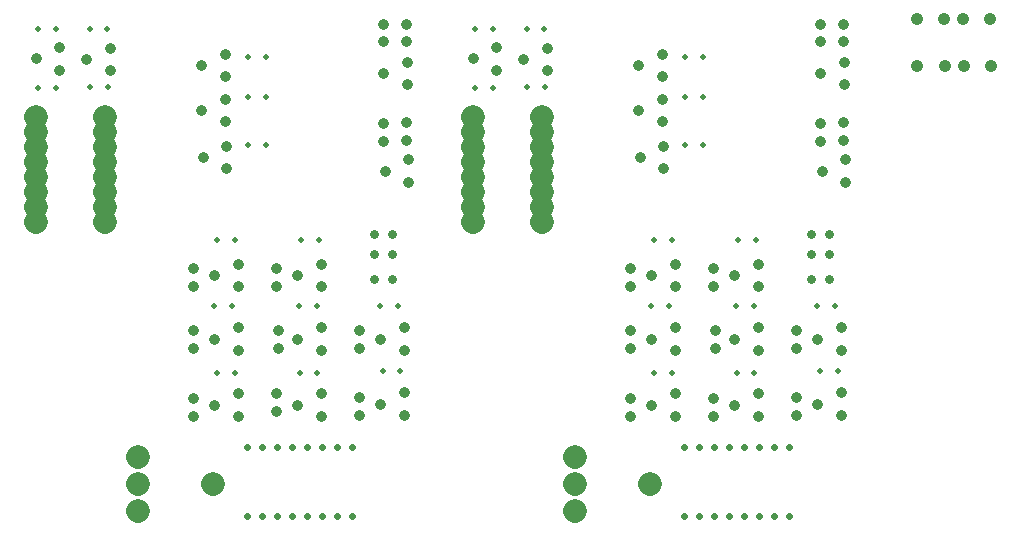
<source format=gbp>
%TF.GenerationSoftware,KiCad,Pcbnew,4.0.7*%
%TF.CreationDate,2017-11-16T22:40:33+08:00*%
%TF.ProjectId,nixie-tube-merged,6E697869652D747562652D6D65726765,rev?*%
%TF.FileFunction,Paste,Bot*%
%FSLAX46Y46*%
G04 Gerber Fmt 4.6, Leading zero omitted, Abs format (unit mm)*
G04 Created by KiCad (PCBNEW 4.0.7) date 11/16/17 22:40:33*
%MOMM*%
%LPD*%
G01*
G04 APERTURE LIST*
%ADD10C,0.100000*%
%ADD11C,0.800000*%
%ADD12C,0.900000*%
%ADD13C,0.500000*%
%ADD14C,0.600000*%
%ADD15C,2.000000*%
%ADD16C,1.000000*%
G04 APERTURE END LIST*
D10*
D11*
X31750000Y69499990D02*
X31750000Y69499990D01*
X30249980Y69499990D02*
X30249980Y69499990D01*
D12*
X3599990Y85299980D02*
X3599990Y85299980D01*
X3599990Y83399990D02*
X3599990Y83399990D01*
X1600000Y84350000D02*
X1600000Y84350000D01*
D11*
X30249980Y65649980D02*
X30249980Y65649980D01*
X31750000Y65649980D02*
X31750000Y65649980D01*
D12*
X7874990Y85274990D02*
X7874990Y85274990D01*
X7874990Y83374990D02*
X7874990Y83374990D01*
X5874990Y84324980D02*
X5874990Y84324980D01*
X25749990Y66949980D02*
X25749990Y66949980D01*
X25749990Y65049980D02*
X25749990Y65049980D01*
X23749990Y66000000D02*
X23749990Y66000000D01*
X18749980Y55999990D02*
X18749980Y55999990D01*
X18749980Y54099990D02*
X18749980Y54099990D01*
X16749980Y55049980D02*
X16749980Y55049980D01*
X18749980Y61574980D02*
X18749980Y61574980D01*
X18749980Y59674990D02*
X18749980Y59674990D01*
X16749980Y60625000D02*
X16749980Y60625000D01*
X32799990Y56075000D02*
X32799990Y56075000D01*
X32799990Y54175000D02*
X32799990Y54175000D01*
X30799990Y55124990D02*
X30799990Y55124990D01*
X18749980Y66949980D02*
X18749980Y66949980D01*
X18749980Y65049980D02*
X18749980Y65049980D01*
X16749980Y66000000D02*
X16749980Y66000000D01*
X25749990Y55999990D02*
X25749990Y55999990D01*
X25749990Y54099990D02*
X25749990Y54099990D01*
X23749990Y55049980D02*
X23749990Y55049980D01*
X32799990Y61574980D02*
X32799990Y61574980D01*
X32799990Y59674990D02*
X32799990Y59674990D01*
X30799990Y60625000D02*
X30799990Y60625000D01*
X25749990Y61574980D02*
X25749990Y61574980D01*
X25749990Y59674990D02*
X25749990Y59674990D01*
X23749990Y60625000D02*
X23749990Y60625000D01*
X17749980Y76949990D02*
X17749980Y76949990D01*
X17749980Y75049990D02*
X17749980Y75049990D01*
X15749980Y75999980D02*
X15749980Y75999980D01*
X17649980Y80949980D02*
X17649980Y80949980D01*
X17649980Y79049980D02*
X17649980Y79049980D01*
X15649980Y79999990D02*
X15649980Y79999990D01*
X17649980Y84750000D02*
X17649980Y84750000D01*
X17649980Y82850000D02*
X17649980Y82850000D01*
X15649980Y83799980D02*
X15649980Y83799980D01*
X33150000Y75799980D02*
X33150000Y75799980D01*
X33150000Y73899980D02*
X33150000Y73899980D01*
X31149980Y74849990D02*
X31149980Y74849990D01*
D13*
X7724980Y81924980D02*
X7724980Y81924980D01*
X6224980Y81924980D02*
X6224980Y81924980D01*
X3349980Y81849980D02*
X3349980Y81849980D01*
X1849980Y81849980D02*
X1849980Y81849980D01*
D12*
X28999990Y55649980D02*
X28999990Y55649980D01*
X28999990Y54149980D02*
X28999990Y54149980D01*
X21949990Y66599990D02*
X21949990Y66599990D01*
X21949990Y65100000D02*
X21949990Y65100000D01*
X14949980Y55575000D02*
X14949980Y55575000D01*
X14949980Y54075000D02*
X14949980Y54075000D01*
X14949980Y61374990D02*
X14949980Y61374990D01*
X14949980Y59874990D02*
X14949980Y59874990D01*
X14949980Y66599990D02*
X14949980Y66599990D01*
X14949980Y65100000D02*
X14949980Y65100000D01*
X28999990Y61374990D02*
X28999990Y61374990D01*
X28999990Y59874990D02*
X28999990Y59874990D01*
D13*
X21099980Y77000000D02*
X21099980Y77000000D01*
X19599990Y77000000D02*
X19599990Y77000000D01*
X21099980Y81049980D02*
X21099980Y81049980D01*
X19599990Y81049980D02*
X19599990Y81049980D01*
X21099980Y84499980D02*
X21099980Y84499980D01*
X19599990Y84499980D02*
X19599990Y84499980D01*
X7674990Y86825000D02*
X7674990Y86825000D01*
X6174990Y86825000D02*
X6174990Y86825000D01*
X24099980Y68999990D02*
X24099980Y68999990D01*
X25600000Y68999990D02*
X25600000Y68999990D01*
X1800000Y86849990D02*
X1800000Y86849990D01*
X3299990Y86849990D02*
X3299990Y86849990D01*
X16949980Y57750000D02*
X16949980Y57750000D01*
X18449980Y57750000D02*
X18449980Y57750000D01*
X16749980Y63374980D02*
X16749980Y63374980D01*
X18249980Y63374980D02*
X18249980Y63374980D01*
X30999990Y57874990D02*
X30999990Y57874990D01*
X32499990Y57874990D02*
X32499990Y57874990D01*
X16949980Y68999990D02*
X16949980Y68999990D01*
X18449980Y68999990D02*
X18449980Y68999990D01*
X23949990Y57724980D02*
X23949990Y57724980D01*
X25449990Y57724980D02*
X25449990Y57724980D01*
X30799990Y63374980D02*
X30799990Y63374980D01*
X32299990Y63374980D02*
X32299990Y63374980D01*
X23899980Y63374980D02*
X23899980Y63374980D01*
X25400000Y63374980D02*
X25400000Y63374980D01*
D12*
X31049980Y77400000D02*
X31049980Y77400000D01*
X31049980Y78899990D02*
X31049980Y78899990D01*
X32950000Y78949980D02*
X32950000Y78949980D01*
X32950000Y77449980D02*
X32950000Y77449980D01*
D14*
X19489980Y51430000D02*
X19489980Y51430000D01*
X20759980Y51430000D02*
X20759980Y51430000D01*
X22029980Y51430000D02*
X22029980Y51430000D01*
X23299980Y51430000D02*
X23299980Y51430000D01*
X24569980Y51430000D02*
X24569980Y51430000D01*
X25839980Y51430000D02*
X25839980Y51430000D01*
X27109980Y51430000D02*
X27109980Y51430000D01*
X27109980Y45580000D02*
X27109980Y45580000D01*
X25839980Y45580000D02*
X25839980Y45580000D01*
X24569980Y45580000D02*
X24569980Y45580000D01*
X23299980Y45580000D02*
X23299980Y45580000D01*
X22029980Y45580000D02*
X22029980Y45580000D01*
X20759980Y45580000D02*
X20759980Y45580000D01*
X19489980Y45580000D02*
X19489980Y45580000D01*
X28379980Y51430000D02*
X28379980Y51430000D01*
X28379980Y45580000D02*
X28379980Y45580000D01*
D15*
X7499990Y79419980D02*
X7499990Y79419980D01*
X7499990Y78149980D02*
X7499990Y78149980D01*
X7499990Y76879980D02*
X7499990Y76879980D01*
X7499990Y75609980D02*
X7499990Y75609980D01*
X7499990Y74339980D02*
X7499990Y74339980D01*
X7499990Y73069980D02*
X7499990Y73069980D01*
X7499990Y71799980D02*
X7499990Y71799980D01*
X1649980Y71799980D02*
X1649980Y71799980D01*
X1649980Y73069980D02*
X1649980Y73069980D01*
X1649980Y74339980D02*
X1649980Y74339980D01*
X1649980Y75609980D02*
X1649980Y75609980D01*
X1649980Y76879980D02*
X1649980Y76879980D01*
X1649980Y78149980D02*
X1649980Y78149980D01*
X1649980Y79419980D02*
X1649980Y79419980D01*
X7499990Y70529980D02*
X7499990Y70529980D01*
X1649980Y70529980D02*
X1649980Y70529980D01*
D12*
X33050000Y84050000D02*
X33050000Y84050000D01*
X33050000Y82149980D02*
X33050000Y82149980D01*
X31049980Y83099990D02*
X31049980Y83099990D01*
X30999990Y85799980D02*
X30999990Y85799980D01*
X30999990Y87299980D02*
X30999990Y87299980D01*
X32999980Y87299980D02*
X32999980Y87299980D01*
X32999980Y85799980D02*
X32999980Y85799980D01*
D11*
X31750000Y67799990D02*
X31750000Y67799990D01*
X30249980Y67799990D02*
X30249980Y67799990D01*
D12*
X21949990Y55999990D02*
X21949990Y55999990D01*
X21949990Y54499990D02*
X21949990Y54499990D01*
X22099980Y61374990D02*
X22099980Y61374990D01*
X22099980Y59874990D02*
X22099980Y59874990D01*
D15*
X16599990Y48299980D02*
X16599990Y48299980D01*
X10299980Y48299980D02*
X10299980Y48299980D01*
X10299980Y50599980D02*
X10299980Y50599980D01*
X10299980Y45999980D02*
X10299980Y45999980D01*
X53599990Y48299980D02*
X53599990Y48299980D01*
X47299980Y48299980D02*
X47299980Y48299980D01*
X47299980Y50599980D02*
X47299980Y50599980D01*
X47299980Y45999980D02*
X47299980Y45999980D01*
D11*
X68749980Y67799990D02*
X68749980Y67799990D01*
X67249980Y67799990D02*
X67249980Y67799990D01*
D12*
X69999990Y87299980D02*
X69999990Y87299980D01*
X69999990Y85799980D02*
X69999990Y85799980D01*
X67999990Y85799980D02*
X67999990Y85799980D01*
X67999990Y87299980D02*
X67999990Y87299980D01*
X70050000Y84050000D02*
X70050000Y84050000D01*
X70050000Y82149980D02*
X70050000Y82149980D01*
X68049980Y83099990D02*
X68049980Y83099990D01*
D15*
X44499990Y79419980D02*
X44499990Y79419980D01*
X44499990Y78149980D02*
X44499990Y78149980D01*
X44499990Y76879980D02*
X44499990Y76879980D01*
X44499990Y75609980D02*
X44499990Y75609980D01*
X44499990Y74339980D02*
X44499990Y74339980D01*
X44499990Y73069980D02*
X44499990Y73069980D01*
X44499990Y71799980D02*
X44499990Y71799980D01*
X38649990Y71799980D02*
X38649990Y71799980D01*
X38649990Y73069980D02*
X38649990Y73069980D01*
X38649990Y74339980D02*
X38649990Y74339980D01*
X38649990Y75609980D02*
X38649990Y75609980D01*
X38649990Y76879980D02*
X38649990Y76879980D01*
X38649990Y78149980D02*
X38649990Y78149980D01*
X38649990Y79419980D02*
X38649990Y79419980D01*
X44499990Y70529980D02*
X44499990Y70529980D01*
X38649990Y70529980D02*
X38649990Y70529980D01*
D14*
X56489980Y51430000D02*
X56489980Y51430000D01*
X57759980Y51430000D02*
X57759980Y51430000D01*
X59029980Y51430000D02*
X59029980Y51430000D01*
X60299980Y51430000D02*
X60299980Y51430000D01*
X61569980Y51430000D02*
X61569980Y51430000D01*
X62839980Y51430000D02*
X62839980Y51430000D01*
X64109980Y51430000D02*
X64109980Y51430000D01*
X64109980Y45580000D02*
X64109980Y45580000D01*
X62839980Y45580000D02*
X62839980Y45580000D01*
X61569980Y45580000D02*
X61569980Y45580000D01*
X60299980Y45580000D02*
X60299980Y45580000D01*
X59029980Y45580000D02*
X59029980Y45580000D01*
X57759980Y45580000D02*
X57759980Y45580000D01*
X56489980Y45580000D02*
X56489980Y45580000D01*
X65379980Y51430000D02*
X65379980Y51430000D01*
X65379980Y45580000D02*
X65379980Y45580000D01*
D12*
X69950000Y78949980D02*
X69950000Y78949980D01*
X69950000Y77449980D02*
X69950000Y77449980D01*
X68049980Y77400000D02*
X68049980Y77400000D01*
X68049980Y78899990D02*
X68049980Y78899990D01*
D13*
X60899980Y63374980D02*
X60899980Y63374980D01*
X62399980Y63374980D02*
X62399980Y63374980D01*
X67799990Y63374980D02*
X67799990Y63374980D01*
X69299990Y63374980D02*
X69299990Y63374980D01*
X60949990Y57724980D02*
X60949990Y57724980D01*
X62449990Y57724980D02*
X62449990Y57724980D01*
X53949980Y68999990D02*
X53949980Y68999990D01*
X55449980Y68999990D02*
X55449980Y68999990D01*
X67999990Y57874990D02*
X67999990Y57874990D01*
X69499990Y57874990D02*
X69499990Y57874990D01*
X53749980Y63374980D02*
X53749980Y63374980D01*
X55249980Y63374980D02*
X55249980Y63374980D01*
X53949980Y57750000D02*
X53949980Y57750000D01*
X55449980Y57750000D02*
X55449980Y57750000D01*
X38800000Y86849990D02*
X38800000Y86849990D01*
X40300000Y86849990D02*
X40300000Y86849990D01*
X61099980Y68999990D02*
X61099980Y68999990D01*
X62599980Y68999990D02*
X62599980Y68999990D01*
X44674990Y86825000D02*
X44674990Y86825000D01*
X43175000Y86825000D02*
X43175000Y86825000D01*
X58099990Y84499980D02*
X58099990Y84499980D01*
X56599990Y84499980D02*
X56599990Y84499980D01*
X58099990Y81049980D02*
X58099990Y81049980D01*
X56599990Y81049980D02*
X56599990Y81049980D01*
X58099990Y77000000D02*
X58099990Y77000000D01*
X56599990Y77000000D02*
X56599990Y77000000D01*
D12*
X66000000Y61374990D02*
X66000000Y61374990D01*
X66000000Y59874990D02*
X66000000Y59874990D01*
X51949990Y66599990D02*
X51949990Y66599990D01*
X51949990Y65100000D02*
X51949990Y65100000D01*
X51949990Y61374990D02*
X51949990Y61374990D01*
X51949990Y59874990D02*
X51949990Y59874990D01*
X51949990Y55575000D02*
X51949990Y55575000D01*
X51949990Y54075000D02*
X51949990Y54075000D01*
X58950000Y66599990D02*
X58950000Y66599990D01*
X58950000Y65100000D02*
X58950000Y65100000D01*
X59099980Y61374990D02*
X59099980Y61374990D01*
X59099980Y59874990D02*
X59099980Y59874990D01*
X58950000Y55575000D02*
X58950000Y55575000D01*
X58950000Y54075000D02*
X58950000Y54075000D01*
X66000000Y55649980D02*
X66000000Y55649980D01*
X66000000Y54149980D02*
X66000000Y54149980D01*
D13*
X40349980Y81849980D02*
X40349980Y81849980D01*
X38849990Y81849980D02*
X38849990Y81849980D01*
X44724980Y81924980D02*
X44724980Y81924980D01*
X43224980Y81924980D02*
X43224980Y81924980D01*
D12*
X70150000Y75799980D02*
X70150000Y75799980D01*
X70150000Y73899980D02*
X70150000Y73899980D01*
X68149980Y74849990D02*
X68149980Y74849990D01*
X54649980Y84750000D02*
X54649980Y84750000D01*
X54649980Y82850000D02*
X54649980Y82850000D01*
X52649980Y83799980D02*
X52649980Y83799980D01*
X54649980Y80949980D02*
X54649980Y80949980D01*
X54649980Y79049980D02*
X54649980Y79049980D01*
X52649980Y79999990D02*
X52649980Y79999990D01*
X54749980Y76949990D02*
X54749980Y76949990D01*
X54749980Y75049990D02*
X54749980Y75049990D01*
X52749980Y75999980D02*
X52749980Y75999980D01*
X62749990Y61574980D02*
X62749990Y61574980D01*
X62749990Y59674990D02*
X62749990Y59674990D01*
X60749990Y60625000D02*
X60749990Y60625000D01*
X69799990Y61574980D02*
X69799990Y61574980D01*
X69799990Y59674990D02*
X69799990Y59674990D01*
X67799990Y60625000D02*
X67799990Y60625000D01*
X62749990Y55999990D02*
X62749990Y55999990D01*
X62749990Y54099990D02*
X62749990Y54099990D01*
X60749990Y55049980D02*
X60749990Y55049980D01*
X55749980Y66949980D02*
X55749980Y66949980D01*
X55749980Y65049980D02*
X55749980Y65049980D01*
X53749980Y66000000D02*
X53749980Y66000000D01*
X69799990Y56075000D02*
X69799990Y56075000D01*
X69799990Y54175000D02*
X69799990Y54175000D01*
X67799990Y55124990D02*
X67799990Y55124990D01*
X55749980Y61574980D02*
X55749980Y61574980D01*
X55749980Y59674990D02*
X55749980Y59674990D01*
X53749980Y60625000D02*
X53749980Y60625000D01*
X55749980Y55999990D02*
X55749980Y55999990D01*
X55749980Y54099990D02*
X55749980Y54099990D01*
X53749980Y55049980D02*
X53749980Y55049980D01*
X62749990Y66949980D02*
X62749990Y66949980D01*
X62749990Y65049980D02*
X62749990Y65049980D01*
X60749990Y66000000D02*
X60749990Y66000000D01*
X44874990Y85274990D02*
X44874990Y85274990D01*
X44874990Y83374990D02*
X44874990Y83374990D01*
X42875000Y84324980D02*
X42875000Y84324980D01*
D11*
X67249980Y65649980D02*
X67249980Y65649980D01*
X68749980Y65649980D02*
X68749980Y65649980D01*
D12*
X40600000Y85299980D02*
X40600000Y85299980D01*
X40600000Y83399990D02*
X40600000Y83399990D01*
X38600000Y84350000D02*
X38600000Y84350000D01*
D11*
X68749980Y69499990D02*
X68749980Y69499990D01*
X67249980Y69499990D02*
X67249980Y69499990D01*
D16*
X76219990Y87699980D02*
X76219990Y87699980D01*
X82419980Y87699980D02*
X82419980Y87699980D01*
X78519990Y87699980D02*
X78519990Y87699980D01*
X80119980Y87699980D02*
X80119980Y87699980D01*
X76269980Y83680000D02*
X76269980Y83680000D01*
X82469990Y83680000D02*
X82469990Y83680000D01*
X78570000Y83680000D02*
X78570000Y83680000D01*
X80169990Y83680000D02*
X80169990Y83680000D01*
M02*

</source>
